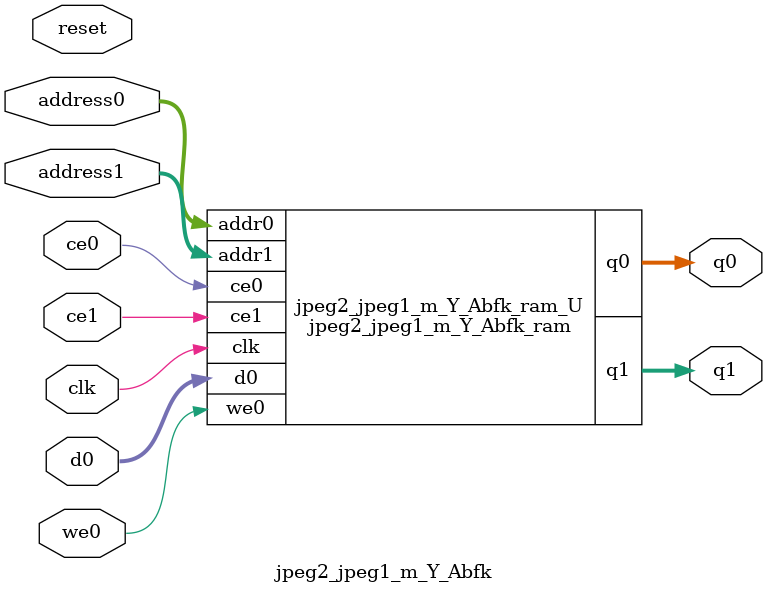
<source format=v>
`timescale 1 ns / 1 ps
module jpeg2_jpeg1_m_Y_Abfk_ram (addr0, ce0, d0, we0, q0, addr1, ce1, q1,  clk);

parameter DWIDTH = 5;
parameter AWIDTH = 8;
parameter MEM_SIZE = 256;

input[AWIDTH-1:0] addr0;
input ce0;
input[DWIDTH-1:0] d0;
input we0;
output reg[DWIDTH-1:0] q0;
input[AWIDTH-1:0] addr1;
input ce1;
output reg[DWIDTH-1:0] q1;
input clk;

(* ram_style = "block" *)reg [DWIDTH-1:0] ram[0:MEM_SIZE-1];




always @(posedge clk)  
begin 
    if (ce0) 
    begin
        if (we0) 
        begin 
            ram[addr0] <= d0; 
        end 
        q0 <= ram[addr0];
    end
end


always @(posedge clk)  
begin 
    if (ce1) 
    begin
        q1 <= ram[addr1];
    end
end


endmodule

`timescale 1 ns / 1 ps
module jpeg2_jpeg1_m_Y_Abfk(
    reset,
    clk,
    address0,
    ce0,
    we0,
    d0,
    q0,
    address1,
    ce1,
    q1);

parameter DataWidth = 32'd5;
parameter AddressRange = 32'd256;
parameter AddressWidth = 32'd8;
input reset;
input clk;
input[AddressWidth - 1:0] address0;
input ce0;
input we0;
input[DataWidth - 1:0] d0;
output[DataWidth - 1:0] q0;
input[AddressWidth - 1:0] address1;
input ce1;
output[DataWidth - 1:0] q1;



jpeg2_jpeg1_m_Y_Abfk_ram jpeg2_jpeg1_m_Y_Abfk_ram_U(
    .clk( clk ),
    .addr0( address0 ),
    .ce0( ce0 ),
    .we0( we0 ),
    .d0( d0 ),
    .q0( q0 ),
    .addr1( address1 ),
    .ce1( ce1 ),
    .q1( q1 ));

endmodule


</source>
